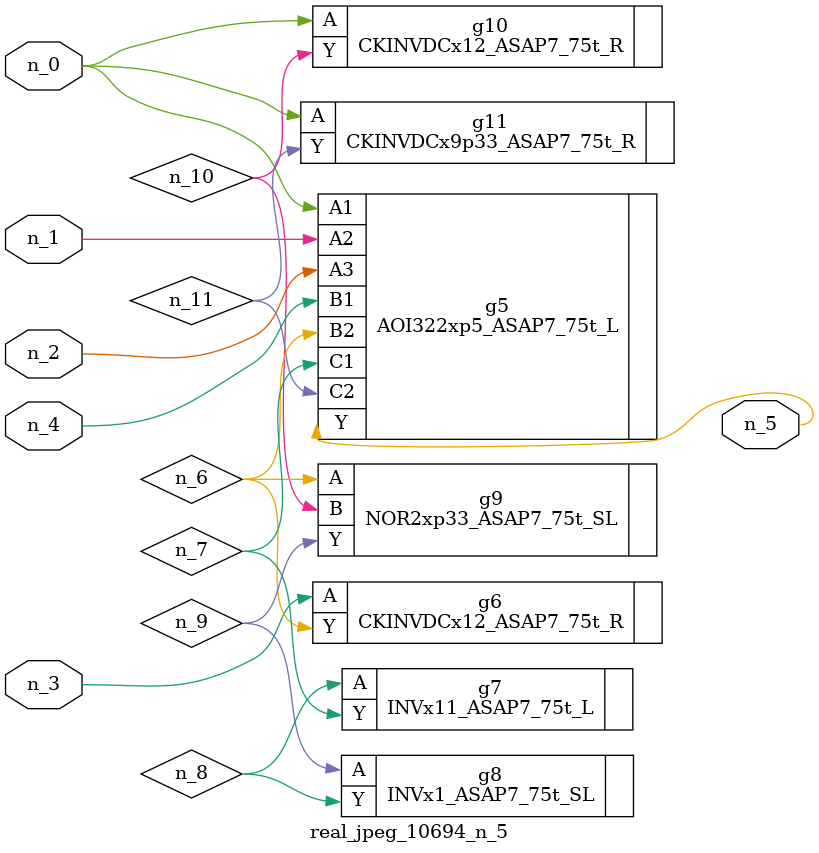
<source format=v>
module real_jpeg_10694_n_5 (n_4, n_0, n_1, n_2, n_3, n_5);

input n_4;
input n_0;
input n_1;
input n_2;
input n_3;

output n_5;

wire n_8;
wire n_11;
wire n_6;
wire n_7;
wire n_10;
wire n_9;

AOI322xp5_ASAP7_75t_L g5 ( 
.A1(n_0),
.A2(n_1),
.A3(n_2),
.B1(n_4),
.B2(n_6),
.C1(n_7),
.C2(n_11),
.Y(n_5)
);

CKINVDCx12_ASAP7_75t_R g10 ( 
.A(n_0),
.Y(n_10)
);

CKINVDCx9p33_ASAP7_75t_R g11 ( 
.A(n_0),
.Y(n_11)
);

CKINVDCx12_ASAP7_75t_R g6 ( 
.A(n_3),
.Y(n_6)
);

NOR2xp33_ASAP7_75t_SL g9 ( 
.A(n_6),
.B(n_10),
.Y(n_9)
);

INVx11_ASAP7_75t_L g7 ( 
.A(n_8),
.Y(n_7)
);

INVx1_ASAP7_75t_SL g8 ( 
.A(n_9),
.Y(n_8)
);


endmodule
</source>
